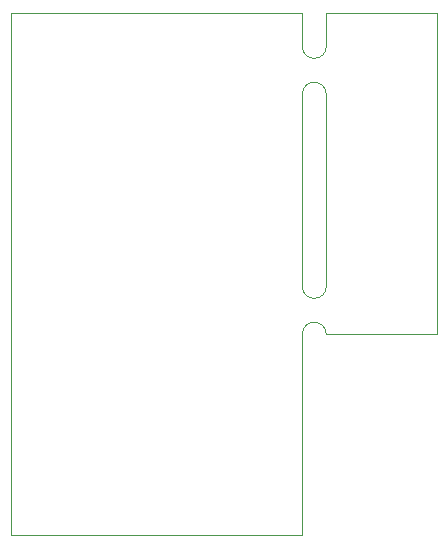
<source format=gbr>
%TF.GenerationSoftware,KiCad,Pcbnew,7.0.10*%
%TF.CreationDate,2024-02-11T00:06:51+01:00*%
%TF.ProjectId,ICOM-Internal-modules,49434f4d-2d49-46e7-9465-726e616c2d6d,rev?*%
%TF.SameCoordinates,Original*%
%TF.FileFunction,Profile,NP*%
%FSLAX46Y46*%
G04 Gerber Fmt 4.6, Leading zero omitted, Abs format (unit mm)*
G04 Created by KiCad (PCBNEW 7.0.10) date 2024-02-11 00:06:51*
%MOMM*%
%LPD*%
G01*
G04 APERTURE LIST*
%TA.AperFunction,Profile*%
%ADD10C,0.100000*%
%TD*%
G04 APERTURE END LIST*
D10*
X103124000Y-65532000D02*
X93726000Y-65532000D01*
X91694000Y-41148000D02*
G75*
G03*
X93726000Y-41148000I1016000J0D01*
G01*
X67056000Y-38354000D02*
X91694000Y-38354000D01*
X91694000Y-78232000D02*
X91694000Y-65532000D01*
X91694000Y-38354000D02*
X91694000Y-41148000D01*
X91694000Y-78232000D02*
X91694000Y-82550000D01*
X67056000Y-82550000D02*
X67056000Y-38354000D01*
X103124000Y-38354000D02*
X103124000Y-65532000D01*
X93726000Y-65532000D02*
G75*
G03*
X91694000Y-65532000I-1016000J0D01*
G01*
X91694000Y-61468000D02*
X91694000Y-45212000D01*
X93726000Y-41148000D02*
X93726000Y-38354000D01*
X93726000Y-38354000D02*
X103124000Y-38354000D01*
X91694000Y-82550000D02*
X67056000Y-82550000D01*
X93726000Y-45212000D02*
G75*
G03*
X91694000Y-45212000I-1016000J0D01*
G01*
X93726000Y-61468000D02*
X93726000Y-45212000D01*
X91694000Y-61468000D02*
G75*
G03*
X93726000Y-61468000I1016000J0D01*
G01*
M02*

</source>
